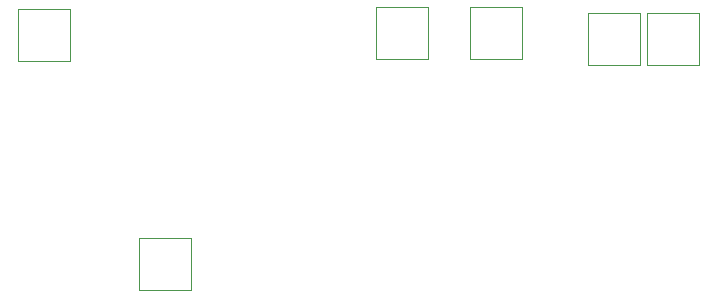
<source format=gbo>
G04 #@! TF.GenerationSoftware,KiCad,Pcbnew,9.0.3*
G04 #@! TF.CreationDate,2025-08-18T18:11:48-04:00*
G04 #@! TF.ProjectId,Calender,43616c65-6e64-4657-922e-6b696361645f,rev?*
G04 #@! TF.SameCoordinates,Original*
G04 #@! TF.FileFunction,Legend,Bot*
G04 #@! TF.FilePolarity,Positive*
%FSLAX46Y46*%
G04 Gerber Fmt 4.6, Leading zero omitted, Abs format (unit mm)*
G04 Created by KiCad (PCBNEW 9.0.3) date 2025-08-18 18:11:48*
%MOMM*%
%LPD*%
G01*
G04 APERTURE LIST*
%ADD10C,0.120000*%
%ADD11C,2.000000*%
%ADD12R,3.000000X3.000000*%
%ADD13C,3.000000*%
%ADD14R,0.850000X0.850000*%
%ADD15C,0.850000*%
%ADD16R,2.000000X2.000000*%
%ADD17R,3.200000X2.000000*%
%ADD18C,0.650000*%
%ADD19O,2.100000X1.000000*%
%ADD20O,1.600000X1.000000*%
%ADD21R,1.700000X1.700000*%
%ADD22C,1.700000*%
%ADD23R,4.000000X4.000000*%
G04 APERTURE END LIST*
D10*
G04 #@! TO.C,TP1*
X217800000Y-117800000D02*
X217800000Y-122200000D01*
X217800000Y-122200000D02*
X222200000Y-122200000D01*
X222200000Y-117800000D02*
X217800000Y-117800000D01*
X222200000Y-122200000D02*
X222200000Y-117800000D01*
G04 #@! TO.C,TP2*
X179768375Y-136861091D02*
X179768375Y-141261091D01*
X179768375Y-141261091D02*
X184168375Y-141261091D01*
X184168375Y-136861091D02*
X179768375Y-136861091D01*
X184168375Y-141261091D02*
X184168375Y-136861091D01*
G04 #@! TO.C,TP3*
X169505075Y-117456447D02*
X169505075Y-121856447D01*
X169505075Y-121856447D02*
X173905075Y-121856447D01*
X173905075Y-117456447D02*
X169505075Y-117456447D01*
X173905075Y-121856447D02*
X173905075Y-117456447D01*
G04 #@! TO.C,TP5*
X207800000Y-117300000D02*
X207800000Y-121700000D01*
X207800000Y-121700000D02*
X212200000Y-121700000D01*
X212200000Y-117300000D02*
X207800000Y-117300000D01*
X212200000Y-121700000D02*
X212200000Y-117300000D01*
G04 #@! TO.C,TP4*
X199800000Y-117300000D02*
X199800000Y-121700000D01*
X199800000Y-121700000D02*
X204200000Y-121700000D01*
X204200000Y-117300000D02*
X199800000Y-117300000D01*
X204200000Y-121700000D02*
X204200000Y-117300000D01*
G04 #@! TO.C,TP8*
X222800000Y-117800000D02*
X222800000Y-122200000D01*
X222800000Y-122200000D02*
X227200000Y-122200000D01*
X227200000Y-117800000D02*
X222800000Y-117800000D01*
X227200000Y-122200000D02*
X227200000Y-117800000D01*
G04 #@! TD*
%LPC*%
D11*
G04 #@! TO.C,SW3*
X214000000Y-136500000D03*
X220500000Y-136500000D03*
X214000000Y-141000000D03*
X220500000Y-141000000D03*
G04 #@! TD*
D12*
G04 #@! TO.C,J3*
X146685578Y-138500000D03*
D13*
X151765578Y-138500000D03*
G04 #@! TD*
D14*
G04 #@! TO.C,J1*
X234345000Y-130340000D03*
D15*
X234345000Y-131340000D03*
X234345000Y-132340000D03*
X234345000Y-133340000D03*
X234345000Y-134340000D03*
X234345000Y-135340000D03*
X234345000Y-136340000D03*
X234345000Y-137340000D03*
X234345000Y-138340000D03*
G04 #@! TD*
D16*
G04 #@! TO.C,SW1*
X162750000Y-133000000D03*
D11*
X162750000Y-138000000D03*
X162750000Y-135500000D03*
D17*
X170250000Y-129900000D03*
X170250000Y-141100000D03*
D11*
X177250000Y-138000000D03*
X177250000Y-133000000D03*
G04 #@! TD*
G04 #@! TO.C,SW2*
X229500000Y-117500000D03*
X236000000Y-117500000D03*
X229500000Y-122000000D03*
X236000000Y-122000000D03*
G04 #@! TD*
D18*
G04 #@! TO.C,J2*
X149105000Y-118110000D03*
X149105000Y-123890000D03*
D19*
X149605000Y-116680000D03*
D20*
X145425000Y-116680000D03*
D19*
X149605000Y-125320000D03*
D20*
X145425000Y-125320000D03*
G04 #@! TD*
D21*
G04 #@! TO.C,J4*
X196380000Y-124000000D03*
D22*
X198920000Y-124000000D03*
X201460000Y-124000000D03*
X204000000Y-124000000D03*
G04 #@! TD*
D11*
G04 #@! TO.C,SW4*
X187500000Y-136500000D03*
X194000000Y-136500000D03*
X187500000Y-141000000D03*
X194000000Y-141000000D03*
G04 #@! TD*
D23*
G04 #@! TO.C,TP1*
X220000000Y-120000000D03*
G04 #@! TD*
G04 #@! TO.C,TP2*
X181968375Y-139061091D03*
G04 #@! TD*
G04 #@! TO.C,TP3*
X171705075Y-119656447D03*
G04 #@! TD*
G04 #@! TO.C,TP5*
X210000000Y-119500000D03*
G04 #@! TD*
G04 #@! TO.C,TP4*
X202000000Y-119500000D03*
G04 #@! TD*
G04 #@! TO.C,TP8*
X225000000Y-120000000D03*
G04 #@! TD*
%LPD*%
M02*

</source>
